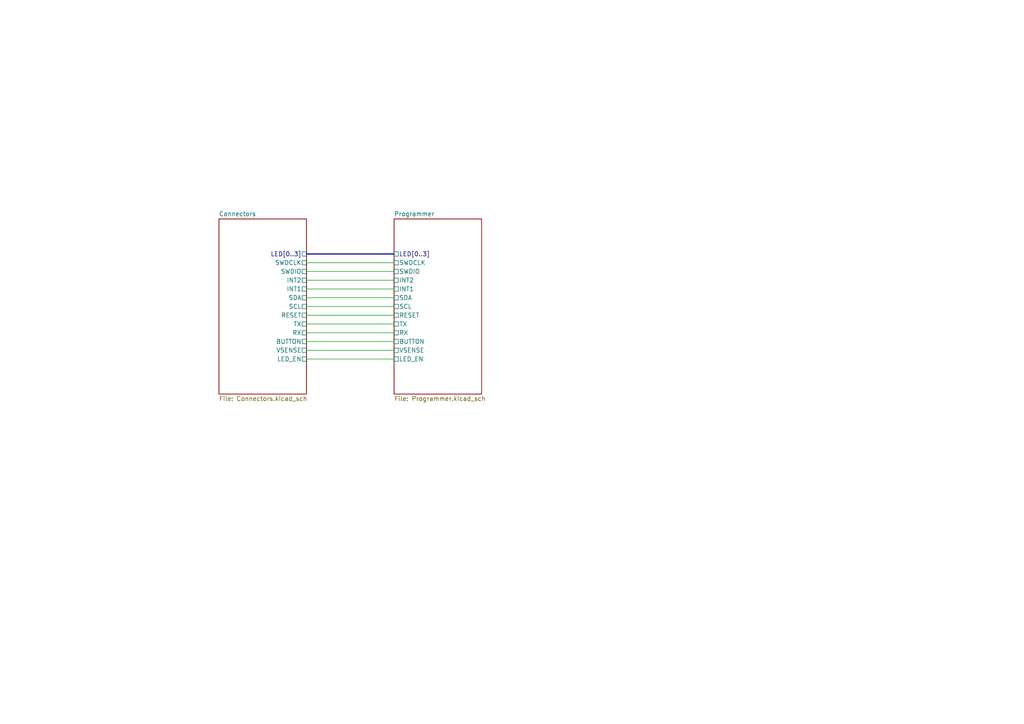
<source format=kicad_sch>
(kicad_sch (version 20230121) (generator eeschema)
  (paper "A4")
  (lib_symbols)
  (wire (pts (xy 88.9 88.9) (xy 114.3 88.9)))
  (bus (pts (xy 88.9 73.66) (xy 114.3 73.66)))
  (wire (pts (xy 88.9 78.74) (xy 114.3 78.74)))
  (wire (pts (xy 88.9 81.28) (xy 114.3 81.28)))
  (wire (pts (xy 88.9 76.2) (xy 114.3 76.2)))
  (wire (pts (xy 88.9 104.14) (xy 114.3 104.14)))
  (wire (pts (xy 88.9 96.52) (xy 114.3 96.52)))
  (wire (pts (xy 88.9 91.44) (xy 114.3 91.44)))
  (wire (pts (xy 88.9 93.98) (xy 114.3 93.98)))
  (wire (pts (xy 88.9 86.36) (xy 114.3 86.36)))
  (wire (pts (xy 88.9 99.06) (xy 114.3 99.06)))
  (wire (pts (xy 88.9 83.82) (xy 114.3 83.82)))
  (wire (pts (xy 88.9 101.6) (xy 114.3 101.6)))
  (sheet (at 63.5 63.5) (size 25.4 50.8) (stroke (width 0.1524))
    (property "Sheetname" "Connectors" (at 63.5 62.7884 0) (effects (justify left bottom)))
    (property "Sheetfile" "Connectors.kicad_sch" (at 63.5 114.8846 0) (effects (justify left top)))
    (pin "SWDCLK" passive (at 88.9 76.2 0))
    (pin "LED[0..3]" passive (at 88.9 73.66 0))
    (pin "SWDIO" passive (at 88.9 78.74 0))
    (pin "INT2" passive (at 88.9 81.28 0))
    (pin "RESET" passive (at 88.9 91.44 0))
    (pin "INT1" passive (at 88.9 83.82 0))
    (pin "SDA" passive (at 88.9 86.36 0))
    (pin "TX" passive (at 88.9 93.98 0))
    (pin "RX" passive (at 88.9 96.52 0))
    (pin "BUTTON" passive (at 88.9 99.06 0))
    (pin "SCL" passive (at 88.9 88.9 0))
    (pin "VSENSE" passive (at 88.9 101.6 0))
    (pin "LED_EN" passive (at 88.9 104.14 0))
  )
  (sheet (at 114.3 63.5) (size 25.4 50.8) (stroke (width 0.1524))
    (property "Sheetname" "Programmer" (at 114.3 62.7884 0) (effects (justify left bottom)))
    (property "Sheetfile" "Programmer.kicad_sch" (at 114.3 114.8846 0) (effects (justify left top)))
    (pin "LED[0..3]" passive (at 114.3 73.66 180))
    (pin "SWDIO" passive (at 114.3 78.74 180))
    (pin "INT2" passive (at 114.3 81.28 180))
    (pin "SWDCLK" passive (at 114.3 76.2 180))
    (pin "RX" passive (at 114.3 96.52 180))
    (pin "VSENSE" passive (at 114.3 101.6 180))
    (pin "TX" passive (at 114.3 93.98 180))
    (pin "RESET" passive (at 114.3 91.44 180))
    (pin "INT1" passive (at 114.3 83.82 180))
    (pin "SCL" passive (at 114.3 88.9 180))
    (pin "SDA" passive (at 114.3 86.36 180))
    (pin "LED_EN" passive (at 114.3 104.14 180))
    (pin "BUTTON" passive (at 114.3 99.06 180))
  )
)
</source>
